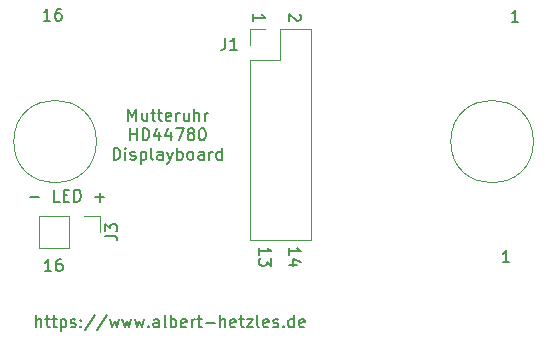
<source format=gbr>
%TF.GenerationSoftware,KiCad,Pcbnew,(5.1.9)-1*%
%TF.CreationDate,2021-03-23T14:30:04+01:00*%
%TF.ProjectId,Display Board,44697370-6c61-4792-9042-6f6172642e6b,rev?*%
%TF.SameCoordinates,Original*%
%TF.FileFunction,Legend,Top*%
%TF.FilePolarity,Positive*%
%FSLAX46Y46*%
G04 Gerber Fmt 4.6, Leading zero omitted, Abs format (unit mm)*
G04 Created by KiCad (PCBNEW (5.1.9)-1) date 2021-03-23 14:30:04*
%MOMM*%
%LPD*%
G01*
G04 APERTURE LIST*
%ADD10C,0.150000*%
%ADD11C,0.120000*%
G04 APERTURE END LIST*
D10*
X175616666Y-92902380D02*
X175616666Y-91902380D01*
X176045238Y-92902380D02*
X176045238Y-92378571D01*
X175997619Y-92283333D01*
X175902380Y-92235714D01*
X175759523Y-92235714D01*
X175664285Y-92283333D01*
X175616666Y-92330952D01*
X176378571Y-92235714D02*
X176759523Y-92235714D01*
X176521428Y-91902380D02*
X176521428Y-92759523D01*
X176569047Y-92854761D01*
X176664285Y-92902380D01*
X176759523Y-92902380D01*
X176950000Y-92235714D02*
X177330952Y-92235714D01*
X177092857Y-91902380D02*
X177092857Y-92759523D01*
X177140476Y-92854761D01*
X177235714Y-92902380D01*
X177330952Y-92902380D01*
X177664285Y-92235714D02*
X177664285Y-93235714D01*
X177664285Y-92283333D02*
X177759523Y-92235714D01*
X177950000Y-92235714D01*
X178045238Y-92283333D01*
X178092857Y-92330952D01*
X178140476Y-92426190D01*
X178140476Y-92711904D01*
X178092857Y-92807142D01*
X178045238Y-92854761D01*
X177950000Y-92902380D01*
X177759523Y-92902380D01*
X177664285Y-92854761D01*
X178521428Y-92854761D02*
X178616666Y-92902380D01*
X178807142Y-92902380D01*
X178902380Y-92854761D01*
X178950000Y-92759523D01*
X178950000Y-92711904D01*
X178902380Y-92616666D01*
X178807142Y-92569047D01*
X178664285Y-92569047D01*
X178569047Y-92521428D01*
X178521428Y-92426190D01*
X178521428Y-92378571D01*
X178569047Y-92283333D01*
X178664285Y-92235714D01*
X178807142Y-92235714D01*
X178902380Y-92283333D01*
X179378571Y-92807142D02*
X179426190Y-92854761D01*
X179378571Y-92902380D01*
X179330952Y-92854761D01*
X179378571Y-92807142D01*
X179378571Y-92902380D01*
X179378571Y-92283333D02*
X179426190Y-92330952D01*
X179378571Y-92378571D01*
X179330952Y-92330952D01*
X179378571Y-92283333D01*
X179378571Y-92378571D01*
X180569047Y-91854761D02*
X179711904Y-93140476D01*
X181616666Y-91854761D02*
X180759523Y-93140476D01*
X181854761Y-92235714D02*
X182045238Y-92902380D01*
X182235714Y-92426190D01*
X182426190Y-92902380D01*
X182616666Y-92235714D01*
X182902380Y-92235714D02*
X183092857Y-92902380D01*
X183283333Y-92426190D01*
X183473809Y-92902380D01*
X183664285Y-92235714D01*
X183950000Y-92235714D02*
X184140476Y-92902380D01*
X184330952Y-92426190D01*
X184521428Y-92902380D01*
X184711904Y-92235714D01*
X185092857Y-92807142D02*
X185140476Y-92854761D01*
X185092857Y-92902380D01*
X185045238Y-92854761D01*
X185092857Y-92807142D01*
X185092857Y-92902380D01*
X185997619Y-92902380D02*
X185997619Y-92378571D01*
X185950000Y-92283333D01*
X185854761Y-92235714D01*
X185664285Y-92235714D01*
X185569047Y-92283333D01*
X185997619Y-92854761D02*
X185902380Y-92902380D01*
X185664285Y-92902380D01*
X185569047Y-92854761D01*
X185521428Y-92759523D01*
X185521428Y-92664285D01*
X185569047Y-92569047D01*
X185664285Y-92521428D01*
X185902380Y-92521428D01*
X185997619Y-92473809D01*
X186616666Y-92902380D02*
X186521428Y-92854761D01*
X186473809Y-92759523D01*
X186473809Y-91902380D01*
X186997619Y-92902380D02*
X186997619Y-91902380D01*
X186997619Y-92283333D02*
X187092857Y-92235714D01*
X187283333Y-92235714D01*
X187378571Y-92283333D01*
X187426190Y-92330952D01*
X187473809Y-92426190D01*
X187473809Y-92711904D01*
X187426190Y-92807142D01*
X187378571Y-92854761D01*
X187283333Y-92902380D01*
X187092857Y-92902380D01*
X186997619Y-92854761D01*
X188283333Y-92854761D02*
X188188095Y-92902380D01*
X187997619Y-92902380D01*
X187902380Y-92854761D01*
X187854761Y-92759523D01*
X187854761Y-92378571D01*
X187902380Y-92283333D01*
X187997619Y-92235714D01*
X188188095Y-92235714D01*
X188283333Y-92283333D01*
X188330952Y-92378571D01*
X188330952Y-92473809D01*
X187854761Y-92569047D01*
X188759523Y-92902380D02*
X188759523Y-92235714D01*
X188759523Y-92426190D02*
X188807142Y-92330952D01*
X188854761Y-92283333D01*
X188950000Y-92235714D01*
X189045238Y-92235714D01*
X189235714Y-92235714D02*
X189616666Y-92235714D01*
X189378571Y-91902380D02*
X189378571Y-92759523D01*
X189426190Y-92854761D01*
X189521428Y-92902380D01*
X189616666Y-92902380D01*
X189950000Y-92521428D02*
X190711904Y-92521428D01*
X191188095Y-92902380D02*
X191188095Y-91902380D01*
X191616666Y-92902380D02*
X191616666Y-92378571D01*
X191569047Y-92283333D01*
X191473809Y-92235714D01*
X191330952Y-92235714D01*
X191235714Y-92283333D01*
X191188095Y-92330952D01*
X192473809Y-92854761D02*
X192378571Y-92902380D01*
X192188095Y-92902380D01*
X192092857Y-92854761D01*
X192045238Y-92759523D01*
X192045238Y-92378571D01*
X192092857Y-92283333D01*
X192188095Y-92235714D01*
X192378571Y-92235714D01*
X192473809Y-92283333D01*
X192521428Y-92378571D01*
X192521428Y-92473809D01*
X192045238Y-92569047D01*
X192807142Y-92235714D02*
X193188095Y-92235714D01*
X192950000Y-91902380D02*
X192950000Y-92759523D01*
X192997619Y-92854761D01*
X193092857Y-92902380D01*
X193188095Y-92902380D01*
X193426190Y-92235714D02*
X193950000Y-92235714D01*
X193426190Y-92902380D01*
X193950000Y-92902380D01*
X194473809Y-92902380D02*
X194378571Y-92854761D01*
X194330952Y-92759523D01*
X194330952Y-91902380D01*
X195235714Y-92854761D02*
X195140476Y-92902380D01*
X194950000Y-92902380D01*
X194854761Y-92854761D01*
X194807142Y-92759523D01*
X194807142Y-92378571D01*
X194854761Y-92283333D01*
X194950000Y-92235714D01*
X195140476Y-92235714D01*
X195235714Y-92283333D01*
X195283333Y-92378571D01*
X195283333Y-92473809D01*
X194807142Y-92569047D01*
X195664285Y-92854761D02*
X195759523Y-92902380D01*
X195950000Y-92902380D01*
X196045238Y-92854761D01*
X196092857Y-92759523D01*
X196092857Y-92711904D01*
X196045238Y-92616666D01*
X195950000Y-92569047D01*
X195807142Y-92569047D01*
X195711904Y-92521428D01*
X195664285Y-92426190D01*
X195664285Y-92378571D01*
X195711904Y-92283333D01*
X195807142Y-92235714D01*
X195950000Y-92235714D01*
X196045238Y-92283333D01*
X196521428Y-92807142D02*
X196569047Y-92854761D01*
X196521428Y-92902380D01*
X196473809Y-92854761D01*
X196521428Y-92807142D01*
X196521428Y-92902380D01*
X197426190Y-92902380D02*
X197426190Y-91902380D01*
X197426190Y-92854761D02*
X197330952Y-92902380D01*
X197140476Y-92902380D01*
X197045238Y-92854761D01*
X196997619Y-92807142D01*
X196950000Y-92711904D01*
X196950000Y-92426190D01*
X196997619Y-92330952D01*
X197045238Y-92283333D01*
X197140476Y-92235714D01*
X197330952Y-92235714D01*
X197426190Y-92283333D01*
X198283333Y-92854761D02*
X198188095Y-92902380D01*
X197997619Y-92902380D01*
X197902380Y-92854761D01*
X197854761Y-92759523D01*
X197854761Y-92378571D01*
X197902380Y-92283333D01*
X197997619Y-92235714D01*
X198188095Y-92235714D01*
X198283333Y-92283333D01*
X198330952Y-92378571D01*
X198330952Y-92473809D01*
X197854761Y-92569047D01*
X194497619Y-86759523D02*
X194497619Y-86188095D01*
X194497619Y-86473809D02*
X195497619Y-86473809D01*
X195354761Y-86378571D01*
X195259523Y-86283333D01*
X195211904Y-86188095D01*
X195497619Y-87092857D02*
X195497619Y-87711904D01*
X195116666Y-87378571D01*
X195116666Y-87521428D01*
X195069047Y-87616666D01*
X195021428Y-87664285D01*
X194926190Y-87711904D01*
X194688095Y-87711904D01*
X194592857Y-87664285D01*
X194545238Y-87616666D01*
X194497619Y-87521428D01*
X194497619Y-87235714D01*
X194545238Y-87140476D01*
X194592857Y-87092857D01*
X197902380Y-66414285D02*
X197950000Y-66461904D01*
X197997619Y-66557142D01*
X197997619Y-66795238D01*
X197950000Y-66890476D01*
X197902380Y-66938095D01*
X197807142Y-66985714D01*
X197711904Y-66985714D01*
X197569047Y-66938095D01*
X196997619Y-66366666D01*
X196997619Y-66985714D01*
X196997619Y-86759523D02*
X196997619Y-86188095D01*
X196997619Y-86473809D02*
X197997619Y-86473809D01*
X197854761Y-86378571D01*
X197759523Y-86283333D01*
X197711904Y-86188095D01*
X197664285Y-87616666D02*
X196997619Y-87616666D01*
X198045238Y-87378571D02*
X197330952Y-87140476D01*
X197330952Y-87759523D01*
X193997619Y-66985714D02*
X193997619Y-66414285D01*
X193997619Y-66700000D02*
X194997619Y-66700000D01*
X194854761Y-66604761D01*
X194759523Y-66509523D01*
X194711904Y-66414285D01*
X175105952Y-81896428D02*
X175867857Y-81896428D01*
X177582142Y-82277380D02*
X177105952Y-82277380D01*
X177105952Y-81277380D01*
X177915476Y-81753571D02*
X178248809Y-81753571D01*
X178391666Y-82277380D02*
X177915476Y-82277380D01*
X177915476Y-81277380D01*
X178391666Y-81277380D01*
X178820238Y-82277380D02*
X178820238Y-81277380D01*
X179058333Y-81277380D01*
X179201190Y-81325000D01*
X179296428Y-81420238D01*
X179344047Y-81515476D01*
X179391666Y-81705952D01*
X179391666Y-81848809D01*
X179344047Y-82039285D01*
X179296428Y-82134523D01*
X179201190Y-82229761D01*
X179058333Y-82277380D01*
X178820238Y-82277380D01*
X180582142Y-81896428D02*
X181344047Y-81896428D01*
X180963095Y-82277380D02*
X180963095Y-81515476D01*
X176884523Y-88152380D02*
X176313095Y-88152380D01*
X176598809Y-88152380D02*
X176598809Y-87152380D01*
X176503571Y-87295238D01*
X176408333Y-87390476D01*
X176313095Y-87438095D01*
X177741666Y-87152380D02*
X177551190Y-87152380D01*
X177455952Y-87200000D01*
X177408333Y-87247619D01*
X177313095Y-87390476D01*
X177265476Y-87580952D01*
X177265476Y-87961904D01*
X177313095Y-88057142D01*
X177360714Y-88104761D01*
X177455952Y-88152380D01*
X177646428Y-88152380D01*
X177741666Y-88104761D01*
X177789285Y-88057142D01*
X177836904Y-87961904D01*
X177836904Y-87723809D01*
X177789285Y-87628571D01*
X177741666Y-87580952D01*
X177646428Y-87533333D01*
X177455952Y-87533333D01*
X177360714Y-87580952D01*
X177313095Y-87628571D01*
X177265476Y-87723809D01*
X176809523Y-66952380D02*
X176238095Y-66952380D01*
X176523809Y-66952380D02*
X176523809Y-65952380D01*
X176428571Y-66095238D01*
X176333333Y-66190476D01*
X176238095Y-66238095D01*
X177666666Y-65952380D02*
X177476190Y-65952380D01*
X177380952Y-66000000D01*
X177333333Y-66047619D01*
X177238095Y-66190476D01*
X177190476Y-66380952D01*
X177190476Y-66761904D01*
X177238095Y-66857142D01*
X177285714Y-66904761D01*
X177380952Y-66952380D01*
X177571428Y-66952380D01*
X177666666Y-66904761D01*
X177714285Y-66857142D01*
X177761904Y-66761904D01*
X177761904Y-66523809D01*
X177714285Y-66428571D01*
X177666666Y-66380952D01*
X177571428Y-66333333D01*
X177380952Y-66333333D01*
X177285714Y-66380952D01*
X177238095Y-66428571D01*
X177190476Y-66523809D01*
X216435714Y-67052380D02*
X215864285Y-67052380D01*
X216150000Y-67052380D02*
X216150000Y-66052380D01*
X216054761Y-66195238D01*
X215959523Y-66290476D01*
X215864285Y-66338095D01*
X215660714Y-87402380D02*
X215089285Y-87402380D01*
X215375000Y-87402380D02*
X215375000Y-86402380D01*
X215279761Y-86545238D01*
X215184523Y-86640476D01*
X215089285Y-86688095D01*
X183415476Y-75427380D02*
X183415476Y-74427380D01*
X183748809Y-75141666D01*
X184082142Y-74427380D01*
X184082142Y-75427380D01*
X184986904Y-74760714D02*
X184986904Y-75427380D01*
X184558333Y-74760714D02*
X184558333Y-75284523D01*
X184605952Y-75379761D01*
X184701190Y-75427380D01*
X184844047Y-75427380D01*
X184939285Y-75379761D01*
X184986904Y-75332142D01*
X185320238Y-74760714D02*
X185701190Y-74760714D01*
X185463095Y-74427380D02*
X185463095Y-75284523D01*
X185510714Y-75379761D01*
X185605952Y-75427380D01*
X185701190Y-75427380D01*
X185891666Y-74760714D02*
X186272619Y-74760714D01*
X186034523Y-74427380D02*
X186034523Y-75284523D01*
X186082142Y-75379761D01*
X186177380Y-75427380D01*
X186272619Y-75427380D01*
X186986904Y-75379761D02*
X186891666Y-75427380D01*
X186701190Y-75427380D01*
X186605952Y-75379761D01*
X186558333Y-75284523D01*
X186558333Y-74903571D01*
X186605952Y-74808333D01*
X186701190Y-74760714D01*
X186891666Y-74760714D01*
X186986904Y-74808333D01*
X187034523Y-74903571D01*
X187034523Y-74998809D01*
X186558333Y-75094047D01*
X187463095Y-75427380D02*
X187463095Y-74760714D01*
X187463095Y-74951190D02*
X187510714Y-74855952D01*
X187558333Y-74808333D01*
X187653571Y-74760714D01*
X187748809Y-74760714D01*
X188510714Y-74760714D02*
X188510714Y-75427380D01*
X188082142Y-74760714D02*
X188082142Y-75284523D01*
X188129761Y-75379761D01*
X188225000Y-75427380D01*
X188367857Y-75427380D01*
X188463095Y-75379761D01*
X188510714Y-75332142D01*
X188986904Y-75427380D02*
X188986904Y-74427380D01*
X189415476Y-75427380D02*
X189415476Y-74903571D01*
X189367857Y-74808333D01*
X189272619Y-74760714D01*
X189129761Y-74760714D01*
X189034523Y-74808333D01*
X188986904Y-74855952D01*
X189891666Y-75427380D02*
X189891666Y-74760714D01*
X189891666Y-74951190D02*
X189939285Y-74855952D01*
X189986904Y-74808333D01*
X190082142Y-74760714D01*
X190177380Y-74760714D01*
X183558333Y-77077380D02*
X183558333Y-76077380D01*
X183558333Y-76553571D02*
X184129761Y-76553571D01*
X184129761Y-77077380D02*
X184129761Y-76077380D01*
X184605952Y-77077380D02*
X184605952Y-76077380D01*
X184844047Y-76077380D01*
X184986904Y-76125000D01*
X185082142Y-76220238D01*
X185129761Y-76315476D01*
X185177380Y-76505952D01*
X185177380Y-76648809D01*
X185129761Y-76839285D01*
X185082142Y-76934523D01*
X184986904Y-77029761D01*
X184844047Y-77077380D01*
X184605952Y-77077380D01*
X186034523Y-76410714D02*
X186034523Y-77077380D01*
X185796428Y-76029761D02*
X185558333Y-76744047D01*
X186177380Y-76744047D01*
X186986904Y-76410714D02*
X186986904Y-77077380D01*
X186748809Y-76029761D02*
X186510714Y-76744047D01*
X187129761Y-76744047D01*
X187415476Y-76077380D02*
X188082142Y-76077380D01*
X187653571Y-77077380D01*
X188605952Y-76505952D02*
X188510714Y-76458333D01*
X188463095Y-76410714D01*
X188415476Y-76315476D01*
X188415476Y-76267857D01*
X188463095Y-76172619D01*
X188510714Y-76125000D01*
X188605952Y-76077380D01*
X188796428Y-76077380D01*
X188891666Y-76125000D01*
X188939285Y-76172619D01*
X188986904Y-76267857D01*
X188986904Y-76315476D01*
X188939285Y-76410714D01*
X188891666Y-76458333D01*
X188796428Y-76505952D01*
X188605952Y-76505952D01*
X188510714Y-76553571D01*
X188463095Y-76601190D01*
X188415476Y-76696428D01*
X188415476Y-76886904D01*
X188463095Y-76982142D01*
X188510714Y-77029761D01*
X188605952Y-77077380D01*
X188796428Y-77077380D01*
X188891666Y-77029761D01*
X188939285Y-76982142D01*
X188986904Y-76886904D01*
X188986904Y-76696428D01*
X188939285Y-76601190D01*
X188891666Y-76553571D01*
X188796428Y-76505952D01*
X189605952Y-76077380D02*
X189701190Y-76077380D01*
X189796428Y-76125000D01*
X189844047Y-76172619D01*
X189891666Y-76267857D01*
X189939285Y-76458333D01*
X189939285Y-76696428D01*
X189891666Y-76886904D01*
X189844047Y-76982142D01*
X189796428Y-77029761D01*
X189701190Y-77077380D01*
X189605952Y-77077380D01*
X189510714Y-77029761D01*
X189463095Y-76982142D01*
X189415476Y-76886904D01*
X189367857Y-76696428D01*
X189367857Y-76458333D01*
X189415476Y-76267857D01*
X189463095Y-76172619D01*
X189510714Y-76125000D01*
X189605952Y-76077380D01*
X182153571Y-78727380D02*
X182153571Y-77727380D01*
X182391666Y-77727380D01*
X182534523Y-77775000D01*
X182629761Y-77870238D01*
X182677380Y-77965476D01*
X182725000Y-78155952D01*
X182725000Y-78298809D01*
X182677380Y-78489285D01*
X182629761Y-78584523D01*
X182534523Y-78679761D01*
X182391666Y-78727380D01*
X182153571Y-78727380D01*
X183153571Y-78727380D02*
X183153571Y-78060714D01*
X183153571Y-77727380D02*
X183105952Y-77775000D01*
X183153571Y-77822619D01*
X183201190Y-77775000D01*
X183153571Y-77727380D01*
X183153571Y-77822619D01*
X183582142Y-78679761D02*
X183677380Y-78727380D01*
X183867857Y-78727380D01*
X183963095Y-78679761D01*
X184010714Y-78584523D01*
X184010714Y-78536904D01*
X183963095Y-78441666D01*
X183867857Y-78394047D01*
X183725000Y-78394047D01*
X183629761Y-78346428D01*
X183582142Y-78251190D01*
X183582142Y-78203571D01*
X183629761Y-78108333D01*
X183725000Y-78060714D01*
X183867857Y-78060714D01*
X183963095Y-78108333D01*
X184439285Y-78060714D02*
X184439285Y-79060714D01*
X184439285Y-78108333D02*
X184534523Y-78060714D01*
X184725000Y-78060714D01*
X184820238Y-78108333D01*
X184867857Y-78155952D01*
X184915476Y-78251190D01*
X184915476Y-78536904D01*
X184867857Y-78632142D01*
X184820238Y-78679761D01*
X184725000Y-78727380D01*
X184534523Y-78727380D01*
X184439285Y-78679761D01*
X185486904Y-78727380D02*
X185391666Y-78679761D01*
X185344047Y-78584523D01*
X185344047Y-77727380D01*
X186296428Y-78727380D02*
X186296428Y-78203571D01*
X186248809Y-78108333D01*
X186153571Y-78060714D01*
X185963095Y-78060714D01*
X185867857Y-78108333D01*
X186296428Y-78679761D02*
X186201190Y-78727380D01*
X185963095Y-78727380D01*
X185867857Y-78679761D01*
X185820238Y-78584523D01*
X185820238Y-78489285D01*
X185867857Y-78394047D01*
X185963095Y-78346428D01*
X186201190Y-78346428D01*
X186296428Y-78298809D01*
X186677380Y-78060714D02*
X186915476Y-78727380D01*
X187153571Y-78060714D02*
X186915476Y-78727380D01*
X186820238Y-78965476D01*
X186772619Y-79013095D01*
X186677380Y-79060714D01*
X187534523Y-78727380D02*
X187534523Y-77727380D01*
X187534523Y-78108333D02*
X187629761Y-78060714D01*
X187820238Y-78060714D01*
X187915476Y-78108333D01*
X187963095Y-78155952D01*
X188010714Y-78251190D01*
X188010714Y-78536904D01*
X187963095Y-78632142D01*
X187915476Y-78679761D01*
X187820238Y-78727380D01*
X187629761Y-78727380D01*
X187534523Y-78679761D01*
X188582142Y-78727380D02*
X188486904Y-78679761D01*
X188439285Y-78632142D01*
X188391666Y-78536904D01*
X188391666Y-78251190D01*
X188439285Y-78155952D01*
X188486904Y-78108333D01*
X188582142Y-78060714D01*
X188725000Y-78060714D01*
X188820238Y-78108333D01*
X188867857Y-78155952D01*
X188915476Y-78251190D01*
X188915476Y-78536904D01*
X188867857Y-78632142D01*
X188820238Y-78679761D01*
X188725000Y-78727380D01*
X188582142Y-78727380D01*
X189772619Y-78727380D02*
X189772619Y-78203571D01*
X189725000Y-78108333D01*
X189629761Y-78060714D01*
X189439285Y-78060714D01*
X189344047Y-78108333D01*
X189772619Y-78679761D02*
X189677380Y-78727380D01*
X189439285Y-78727380D01*
X189344047Y-78679761D01*
X189296428Y-78584523D01*
X189296428Y-78489285D01*
X189344047Y-78394047D01*
X189439285Y-78346428D01*
X189677380Y-78346428D01*
X189772619Y-78298809D01*
X190248809Y-78727380D02*
X190248809Y-78060714D01*
X190248809Y-78251190D02*
X190296428Y-78155952D01*
X190344047Y-78108333D01*
X190439285Y-78060714D01*
X190534523Y-78060714D01*
X191296428Y-78727380D02*
X191296428Y-77727380D01*
X191296428Y-78679761D02*
X191201190Y-78727380D01*
X191010714Y-78727380D01*
X190915476Y-78679761D01*
X190867857Y-78632142D01*
X190820238Y-78536904D01*
X190820238Y-78251190D01*
X190867857Y-78155952D01*
X190915476Y-78108333D01*
X191010714Y-78060714D01*
X191201190Y-78060714D01*
X191296428Y-78108333D01*
D11*
X217700000Y-77200000D02*
G75*
G03*
X217700000Y-77200000I-3500000J0D01*
G01*
X180700000Y-77200000D02*
G75*
G03*
X180700000Y-77200000I-3500000J0D01*
G01*
%TO.C,J1*%
X193670000Y-67670000D02*
X195000000Y-67670000D01*
X193670000Y-69000000D02*
X193670000Y-67670000D01*
X196270000Y-67670000D02*
X198870000Y-67670000D01*
X196270000Y-70270000D02*
X196270000Y-67670000D01*
X193670000Y-70270000D02*
X196270000Y-70270000D01*
X198870000Y-67670000D02*
X198870000Y-85570000D01*
X193670000Y-70270000D02*
X193670000Y-85570000D01*
X193670000Y-85570000D02*
X198870000Y-85570000D01*
%TO.C,J3*%
X181005000Y-83520000D02*
X181005000Y-84850000D01*
X179675000Y-83520000D02*
X181005000Y-83520000D01*
X178405000Y-83520000D02*
X178405000Y-86180000D01*
X178405000Y-86180000D02*
X175805000Y-86180000D01*
X178405000Y-83520000D02*
X175805000Y-83520000D01*
X175805000Y-83520000D02*
X175805000Y-86180000D01*
%TO.C,J1*%
D10*
X191616666Y-68402380D02*
X191616666Y-69116666D01*
X191569047Y-69259523D01*
X191473809Y-69354761D01*
X191330952Y-69402380D01*
X191235714Y-69402380D01*
X192616666Y-69402380D02*
X192045238Y-69402380D01*
X192330952Y-69402380D02*
X192330952Y-68402380D01*
X192235714Y-68545238D01*
X192140476Y-68640476D01*
X192045238Y-68688095D01*
%TO.C,J3*%
X181457380Y-85183333D02*
X182171666Y-85183333D01*
X182314523Y-85230952D01*
X182409761Y-85326190D01*
X182457380Y-85469047D01*
X182457380Y-85564285D01*
X181457380Y-84802380D02*
X181457380Y-84183333D01*
X181838333Y-84516666D01*
X181838333Y-84373809D01*
X181885952Y-84278571D01*
X181933571Y-84230952D01*
X182028809Y-84183333D01*
X182266904Y-84183333D01*
X182362142Y-84230952D01*
X182409761Y-84278571D01*
X182457380Y-84373809D01*
X182457380Y-84659523D01*
X182409761Y-84754761D01*
X182362142Y-84802380D01*
%TD*%
M02*

</source>
